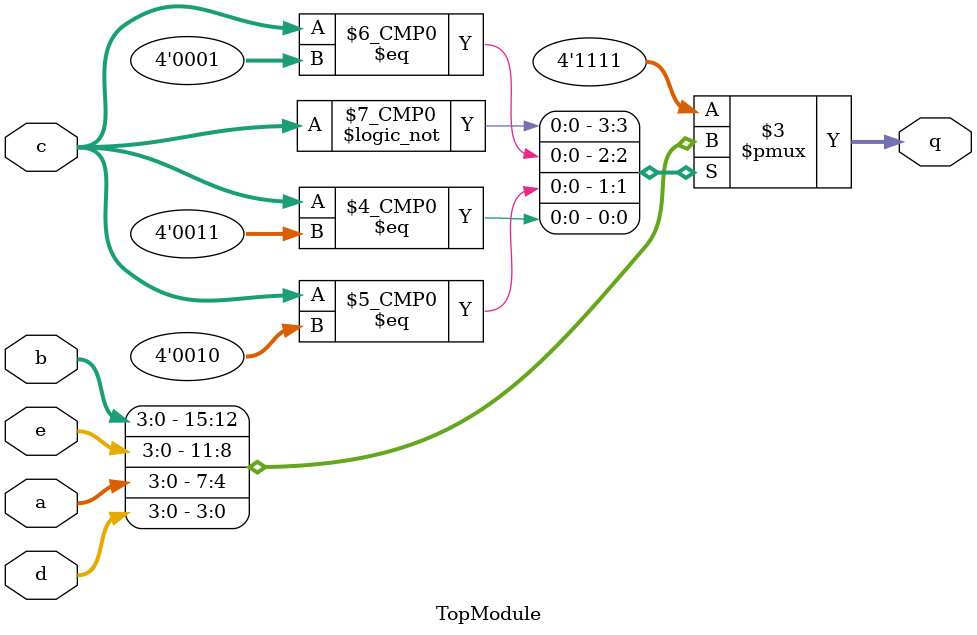
<source format=sv>
module TopModule (
    input logic [3:0] a,
    input logic [3:0] b,
    input logic [3:0] c,
    input logic [3:0] d,
    input logic [3:0] e,
    output logic [3:0] q
);

always @(*) begin
    case (c)
        4'h0: q = b;
        4'h1: q = e;
        4'h2: q = a;
        4'h3: q = d;
        default: q = 4'hF; // Covers c = 4'h4 to 4'hF
    endcase
end

endmodule
</source>
